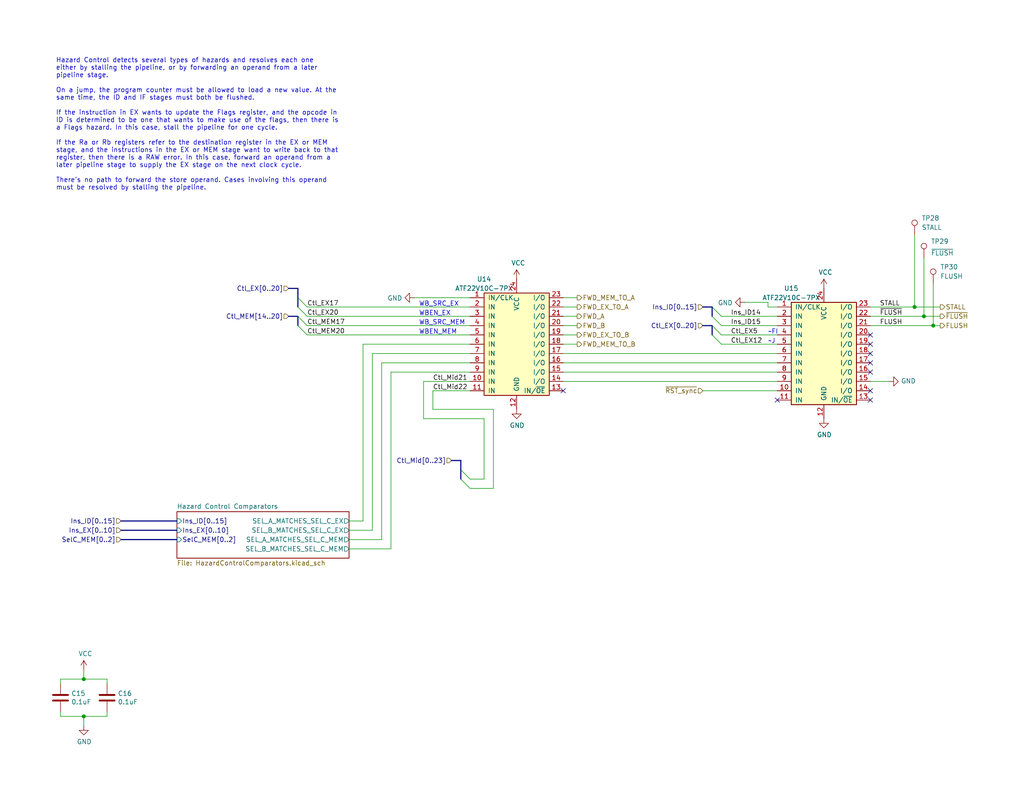
<source format=kicad_sch>
(kicad_sch (version 20250114) (generator "eeschema") (generator_version "9.0")
  (paper "USLetter")
  (title_block (title "Hazard Control") (date "2023-11-25") (rev "A") (comment 2 "control operand forwarding.") (comment 3 "This may stall the pipeline on a hazard. For RAW hazards, it produces signals to") (comment 4 "Control logic for dealing with pipeline hazards"))
  (lib_symbols
    (symbol "Connector:TestPoint" (pin_numbers (hide yes)) (pin_names (offset 0.762) (hide yes))
      (property "Reference" "TP" (at 0 6.858 0))
      (property "Value" "TestPoint" (at 0 5.08 0))
      (symbol "TestPoint_0_1"
        (circle (center 0 3.302) (radius 0.762))
      )
      (symbol "TestPoint_1_1"
        (pin passive line (at 0 0 90) (length 2.54) (name "1") (number "1"))
      )
    )
    (symbol "Device:C" (pin_numbers (hide yes)) (pin_names (offset 0.254))
      (property "Reference" "C" (at 0.635 2.54 0))
      (property "Value" "C" (at 0.635 -2.54 0))
      (symbol "C_0_1"
        (polyline (pts (xy -2.032 0.762) (xy 2.032 0.762)) (stroke (width 0.508)))
        (polyline (pts (xy -2.032 -0.762) (xy 2.032 -0.762)) (stroke (width 0.508)))
      )
      (symbol "C_1_1"
        (pin passive line (at 0 3.81 270) (length 2.794) (name "~") (number "1"))
        (pin passive line (at 0 -3.81 90) (length 2.794) (name "~") (number "2"))
      )
    )
    (symbol "Turtle16:ATF22V10C" (pin_names (offset 1.016))
      (symbol "ATF22V10C_1_1"
        (rectangle (start -8.89 -15.24) (end 8.89 12.7) (stroke (width 0.254)) (fill (type background)))
        (pin input line (at -12.7 11.43 0) (length 3.81) (name "IN/CLK") (number "1"))
        (pin input line (at -12.7 8.89 0) (length 3.81) (name "IN") (number "2"))
        (pin input line (at -12.7 6.35 0) (length 3.81) (name "IN") (number "3"))
        (pin input line (at -12.7 3.81 0) (length 3.81) (name "IN") (number "4"))
        (pin input line (at -12.7 1.27 0) (length 3.81) (name "IN") (number "5"))
        (pin input line (at -12.7 -1.27 0) (length 3.81) (name "IN") (number "6"))
        (pin input line (at -12.7 -3.81 0) (length 3.81) (name "IN") (number "7"))
        (pin input line (at -12.7 -6.35 0) (length 3.81) (name "IN") (number "8"))
        (pin input line (at -12.7 -8.89 0) (length 3.81) (name "IN") (number "9"))
        (pin input line (at -12.7 -11.43 0) (length 3.81) (name "IN") (number "10"))
        (pin input line (at -12.7 -13.97 0) (length 3.81) (name "IN") (number "11"))
        (pin power_in line (at 0 16.51 270) (length 3.81) (name "VCC") (number "24"))
        (pin power_in line (at 0 -19.05 90) (length 3.81) (name "GND") (number "12"))
        (pin passive line (at 12.7 11.43 180) (length 3.81) (name "I/O") (number "23"))
        (pin passive line (at 12.7 8.89 180) (length 3.81) (name "I/O") (number "22"))
        (pin passive line (at 12.7 6.35 180) (length 3.81) (name "I/O") (number "21"))
        (pin passive line (at 12.7 3.81 180) (length 3.81) (name "I/O") (number "20"))
        (pin passive line (at 12.7 1.27 180) (length 3.81) (name "I/O") (number "19"))
        (pin passive line (at 12.7 -1.27 180) (length 3.81) (name "I/O") (number "18"))
        (pin passive line (at 12.7 -3.81 180) (length 3.81) (name "I/O") (number "17"))
        (pin passive line (at 12.7 -6.35 180) (length 3.81) (name "I/O") (number "16"))
        (pin passive line (at 12.7 -8.89 180) (length 3.81) (name "I/O") (number "15"))
        (pin passive line (at 12.7 -11.43 180) (length 3.81) (name "I/O") (number "14"))
        (pin input line (at 12.7 -13.97 180) (length 3.81) (name "IN/~{OE}") (number "13"))
      )
    )
    (symbol "power:GND" (power) (pin_names (offset 0))
      (property "Value" "GND" (at 0 -3.81 0))
      (symbol "GND_0_1"
        (polyline (pts (xy 0 0) (xy 0 -1.27) (xy 1.27 -1.27) (xy 0 -2.54) (xy -1.27 -1.27) (xy 0 -1.27)))
      )
      (symbol "GND_1_1"
        (pin power_in line (at 0 0 270) (length 0) (hide yes) (name "GND") (number "1"))
      )
    )
    (symbol "power:VCC" (power) (pin_names (offset 0))
      (property "Value" "VCC" (at 0 3.81 0))
      (symbol "VCC_0_1"
        (polyline (pts (xy -0.762 1.27) (xy 0 2.54)))
        (polyline (pts (xy 0 2.54) (xy 0.762 1.27)))
        (polyline (pts (xy 0 0) (xy 0 2.54)))
      )
      (symbol "VCC_1_1"
        (pin power_in line (at 0 0 90) (length 0) (hide yes) (name "VCC") (number "1"))
      )
    )
  )
  (text "Hazard Control detects several types of hazards and resolves each one\neither by stalling the pipeline, or by forwarding an operand from a later\npipeline stage.\n\nOn a jump, the program counter must be allowed to load a new value. At the\nsame time, the ID and IF stages must both be flushed.\n\nIf the instruction in EX wants to update the Flags register, and the opcode in\nID is determined to be one that wants to make use of the flags, then there is\na Flags hazard. In this case, stall the pipeline for one cycle.\n\nIf the Ra or Rb registers refer to the destination register in the EX or MEM\nstage, and the instructions in the EX or MEM stage want to write back to that\nregister, then there is a RAW error. In this case, forward an operand from a\nlater pipeline stage to supply the EX stage on the next clock cycle.\n\nThere’s no path to forward the store operand. Cases involving this operand\nmust be resolved by stalling the pipeline." (at 15.24 52.07 0) (effects (font (size 1.27 1.27)) (justify left bottom)))
  (text "WBEN_EX" (at 114.3 86.36 0) (effects (font (size 1.27 1.27)) (justify left bottom)))
  (text "WBEN_MEM" (at 114.3 91.44 0) (effects (font (size 1.27 1.27)) (justify left bottom)))
  (text "WB_SRC_EX" (at 114.3 83.82 0) (effects (font (size 1.27 1.27)) (justify left bottom)))
  (text "~J" (at 209.55 93.98 0) (effects (font (size 1.27 1.27)) (justify left bottom)))
  (text "~FI" (at 209.55 91.44 0) (effects (font (size 1.27 1.27)) (justify left bottom)))
  (text "WB_SRC_MEM" (at 114.3 88.9 0) (effects (font (size 1.27 1.27)) (justify left bottom)))
  (junction (at 22.86 185.42))
  (junction (at 249.555 83.82))
  (junction (at 252.095 86.36))
  (junction (at 254.635 88.9))
  (junction (at 22.86 195.58))
  (no_connect (at 212.09 109.22))
  (no_connect (at 237.49 109.22))
  (no_connect (at 237.49 93.98))
  (no_connect (at 237.49 91.44))
  (no_connect (at 237.49 106.68))
  (no_connect (at 237.49 99.06))
  (no_connect (at 237.49 101.6))
  (no_connect (at 153.67 106.68))
  (no_connect (at 237.49 96.52))
  (bus_entry (at 128.27 130.81) (size -2.54 -2.54))
  (bus_entry (at 196.85 86.36) (size -2.54 -2.54))
  (bus_entry (at 83.82 83.82) (size -2.54 -2.54))
  (bus_entry (at 194.31 88.9) (size 2.54 2.54))
  (bus_entry (at 81.28 83.82) (size 2.54 2.54))
  (bus_entry (at 194.31 91.44) (size 2.54 2.54))
  (bus_entry (at 83.82 91.44) (size -2.54 -2.54))
  (bus_entry (at 83.82 88.9) (size -2.54 -2.54))
  (bus_entry (at 128.27 133.35) (size -2.54 -2.54))
  (bus_entry (at 196.85 88.9) (size -2.54 -2.54))
  (wire (pts (xy 157.48 88.9) (xy 153.67 88.9)))
  (wire (pts (xy 212.09 99.06) (xy 153.67 99.06)))
  (wire (pts (xy 134.62 133.35) (xy 128.27 133.35)))
  (wire (pts (xy 16.51 185.42) (xy 22.86 185.42)))
  (wire (pts (xy 254.635 88.9) (xy 256.54 88.9)))
  (wire (pts (xy 118.11 111.76) (xy 134.62 111.76)))
  (wire (pts (xy 118.11 106.68) (xy 128.27 106.68)))
  (wire (pts (xy 115.57 114.3) (xy 115.57 104.14)))
  (wire (pts (xy 237.49 104.14) (xy 242.57 104.14)))
  (bus (pts (xy 78.74 86.36) (xy 81.28 86.36)))
  (wire (pts (xy 128.27 99.06) (xy 104.14 99.06)))
  (wire (pts (xy 83.82 91.44) (xy 128.27 91.44)))
  (wire (pts (xy 153.67 96.52) (xy 212.09 96.52)))
  (wire (pts (xy 191.77 106.68) (xy 212.09 106.68)))
  (wire (pts (xy 128.27 101.6) (xy 106.68 101.6)))
  (bus (pts (xy 191.77 88.9) (xy 194.31 88.9)))
  (bus (pts (xy 81.28 81.28) (xy 81.28 83.82)))
  (wire (pts (xy 196.85 93.98) (xy 212.09 93.98)))
  (bus (pts (xy 81.28 86.36) (xy 81.28 88.9)))
  (wire (pts (xy 134.62 111.76) (xy 134.62 133.35)))
  (wire (pts (xy 132.08 114.3) (xy 115.57 114.3)))
  (wire (pts (xy 29.21 185.42) (xy 29.21 186.69)))
  (wire (pts (xy 99.06 142.24) (xy 95.25 142.24)))
  (wire (pts (xy 99.06 93.98) (xy 99.06 142.24)))
  (wire (pts (xy 252.095 86.36) (xy 256.54 86.36)))
  (wire (pts (xy 106.68 101.6) (xy 106.68 149.86)))
  (wire (pts (xy 254.635 77.47) (xy 254.635 88.9)))
  (bus (pts (xy 81.28 78.74) (xy 81.28 81.28)))
  (wire (pts (xy 157.48 83.82) (xy 153.67 83.82)))
  (wire (pts (xy 115.57 104.14) (xy 128.27 104.14)))
  (wire (pts (xy 22.86 198.12) (xy 22.86 195.58)))
  (wire (pts (xy 104.14 147.32) (xy 95.25 147.32)))
  (wire (pts (xy 128.27 81.28) (xy 113.03 81.28)))
  (wire (pts (xy 153.67 101.6) (xy 212.09 101.6)))
  (wire (pts (xy 22.86 195.58) (xy 29.21 195.58)))
  (wire (pts (xy 16.51 186.69) (xy 16.51 185.42)))
  (wire (pts (xy 249.555 64.135) (xy 249.555 83.82)))
  (wire (pts (xy 132.08 130.81) (xy 132.08 114.3)))
  (wire (pts (xy 29.21 195.58) (xy 29.21 194.31)))
  (bus (pts (xy 123.19 125.73) (xy 125.73 125.73)))
  (wire (pts (xy 237.49 83.82) (xy 249.555 83.82)))
  (bus (pts (xy 191.77 83.82) (xy 194.31 83.82)))
  (wire (pts (xy 209.55 82.55) (xy 209.55 83.82)))
  (wire (pts (xy 83.82 86.36) (xy 128.27 86.36)))
  (bus (pts (xy 78.74 78.74) (xy 81.28 78.74)))
  (bus (pts (xy 194.31 88.9) (xy 194.31 91.44)))
  (wire (pts (xy 128.27 96.52) (xy 101.6 96.52)))
  (wire (pts (xy 153.67 91.44) (xy 157.48 91.44)))
  (bus (pts (xy 125.73 125.73) (xy 125.73 128.27)))
  (bus (pts (xy 33.02 147.32) (xy 48.26 147.32)))
  (wire (pts (xy 22.86 185.42) (xy 29.21 185.42)))
  (wire (pts (xy 83.82 88.9) (xy 128.27 88.9)))
  (wire (pts (xy 118.11 106.68) (xy 118.11 111.76)))
  (wire (pts (xy 203.2 82.55) (xy 209.55 82.55)))
  (wire (pts (xy 237.49 86.36) (xy 252.095 86.36)))
  (wire (pts (xy 128.27 93.98) (xy 99.06 93.98)))
  (wire (pts (xy 128.27 130.81) (xy 132.08 130.81)))
  (wire (pts (xy 83.82 83.82) (xy 128.27 83.82)))
  (bus (pts (xy 48.26 142.24) (xy 33.02 142.24)))
  (bus (pts (xy 48.26 144.78) (xy 33.02 144.78)))
  (wire (pts (xy 209.55 83.82) (xy 212.09 83.82)))
  (wire (pts (xy 249.555 83.82) (xy 256.54 83.82)))
  (wire (pts (xy 153.67 86.36) (xy 157.48 86.36)))
  (wire (pts (xy 237.49 88.9) (xy 254.635 88.9)))
  (wire (pts (xy 196.85 88.9) (xy 212.09 88.9)))
  (bus (pts (xy 125.73 128.27) (xy 125.73 130.81)))
  (wire (pts (xy 106.68 149.86) (xy 95.25 149.86)))
  (wire (pts (xy 22.86 182.88) (xy 22.86 185.42)))
  (wire (pts (xy 101.6 96.52) (xy 101.6 144.78)))
  (wire (pts (xy 101.6 144.78) (xy 95.25 144.78)))
  (wire (pts (xy 104.14 99.06) (xy 104.14 147.32)))
  (wire (pts (xy 212.09 91.44) (xy 196.85 91.44)))
  (wire (pts (xy 212.09 104.14) (xy 153.67 104.14)))
  (wire (pts (xy 196.85 86.36) (xy 212.09 86.36)))
  (wire (pts (xy 16.51 195.58) (xy 22.86 195.58)))
  (wire (pts (xy 157.48 93.98) (xy 153.67 93.98)))
  (bus (pts (xy 194.31 83.82) (xy 194.31 86.36)))
  (wire (pts (xy 153.67 81.28) (xy 157.48 81.28)))
  (wire (pts (xy 252.095 70.485) (xy 252.095 86.36)))
  (wire (pts (xy 16.51 194.31) (xy 16.51 195.58)))
  (label "Ins_ID14" (at 199.39 86.36 0))
  (label "Ctl_MEM20" (at 83.82 91.44 0))
  (label "Ins_ID15" (at 199.39 88.9 0))
  (label "Ctl_Mid21" (at 118.11 104.14 0))
  (label "FLUSH" (at 240.03 88.9 0))
  (label "Ctl_EX12" (at 199.39 93.98 0))
  (label "~{FLUSH}" (at 240.03 86.36 0))
  (label "Ctl_EX5" (at 199.39 91.44 0))
  (label "Ctl_MEM17" (at 83.82 88.9 0))
  (label "STALL" (at 240.03 83.82 0))
  (label "Ctl_EX17" (at 83.82 83.82 0))
  (label "Ctl_Mid22" (at 118.11 106.68 0))
  (label "Ctl_EX20" (at 83.82 86.36 0))
  (hierarchical_label "~{RST_sync}" (shape input) (at 191.77 106.68 180))
  (hierarchical_label "FWD_EX_TO_A" (shape output) (at 157.48 83.82 0))
  (hierarchical_label "FWD_MEM_TO_A" (shape output) (at 157.48 81.28 0))
  (hierarchical_label "FWD_B" (shape output) (at 157.48 88.9 0))
  (hierarchical_label "Ins_ID[0..15]" (shape input) (at 191.77 83.82 180))
  (hierarchical_label "SelC_MEM[0..2]" (shape input) (at 33.02 147.32 180))
  (hierarchical_label "Ctl_EX[0..20]" (shape input) (at 191.77 88.9 180))
  (hierarchical_label "FWD_MEM_TO_B" (shape output) (at 157.48 93.98 0))
  (hierarchical_label "Ctl_Mid[0..23]" (shape input) (at 123.19 125.73 180))
  (hierarchical_label "STALL" (shape output) (at 256.54 83.82 0))
  (hierarchical_label "Ctl_EX[0..20]" (shape input) (at 78.74 78.74 180))
  (hierarchical_label "FLUSH" (shape output) (at 256.54 88.9 0))
  (hierarchical_label "~{FLUSH}" (shape output) (at 256.54 86.36 0))
  (hierarchical_label "Ctl_MEM[14..20]" (shape input) (at 78.74 86.36 180))
  (hierarchical_label "FWD_EX_TO_B" (shape output) (at 157.48 91.44 0))
  (hierarchical_label "Ins_EX[0..10]" (shape input) (at 33.02 144.78 180))
  (hierarchical_label "FWD_A" (shape output) (at 157.48 86.36 0))
  (hierarchical_label "Ins_ID[0..15]" (shape input) (at 33.02 142.24 180))
  (symbol (lib_id "power:VCC") (at 140.97 76.2 0) (unit 1)
    (property "Reference" "#PWR078" (effects (hide yes)))
    (property "Value" "VCC" (at 141.4018 71.8058 0))
  )
  (symbol (lib_id "power:GND") (at 140.97 111.76 0) (unit 1)
    (property "Reference" "#PWR079" (effects (hide yes)))
    (property "Value" "GND" (at 141.097 116.1542 0))
  )
  (symbol (lib_id "Turtle16:ATF22V10C") (at 140.97 92.71 0) (unit 1)
    (property "Reference" "U14" (at 132.08 76.2 0))
    (property "Value" "ATF22V10C-7PX" (at 132.08 78.74 0))
    (property "Footprint" "Package_DIP:DIP-24_W7.62mm_Socket" (effects (hide yes)))
    (property "Datasheet" "https://www.mouser.com/datasheet/2/268/doc0735-1369018.pdf" (effects (hide yes)))
    (property "Manufacturer" "Microchip Technology" (effects (hide yes)))
    (property "Manufacturer#" "ATF22V10C-7PX" (effects (hide yes)))
    (property "Mouser#" "556-AF22V10C7PX" (effects (hide yes)))
    (property "Digikey#" "ATF22V10C-7PX-ND" (effects (hide yes)))
  )
  (symbol (lib_id "Device:C") (at 16.51 190.5 0) (unit 1)
    (property "Reference" "C15" (at 19.431 189.3316 0) (effects (justify left)))
    (property "Value" "0.1uF" (at 19.431 191.643 0) (effects (justify left)))
    (property "Footprint" "Capacitor_SMD:C_0603_1608Metric" (effects (hide yes)))
    (property "Datasheet" "https://www.mouser.com/datasheet/2/396/taiyo_yuden_12132018_mlcc11_hq_e-1510082.pdf" (effects (hide yes)))
    (property "Manufacturer" "Taiyo Yuden" (effects (hide yes)))
    (property "Manufacturer#" "EMK107B7104KAHT" (effects (hide yes)))
    (property "Mouser#" "963-EMK107B7104KAHT" (effects (hide yes)))
    (property "Digikey#" "587-6004-1-ND" (effects (hide yes)))
  )
  (symbol (lib_id "power:VCC") (at 22.86 182.88 0) (unit 1)
    (property "Reference" "#PWR075" (effects (hide yes)))
    (property "Value" "VCC" (at 23.2918 178.4858 0))
  )
  (symbol (lib_id "power:GND") (at 22.86 198.12 0) (unit 1)
    (property "Reference" "#PWR076" (effects (hide yes)))
    (property "Value" "GND" (at 22.987 202.5142 0))
  )
  (symbol (lib_id "Device:C") (at 29.21 190.5 0) (unit 1)
    (property "Reference" "C16" (at 32.131 189.3316 0) (effects (justify left)))
    (property "Value" "0.1uF" (at 32.131 191.643 0) (effects (justify left)))
    (property "Footprint" "Capacitor_SMD:C_0603_1608Metric" (effects (hide yes)))
    (property "Datasheet" "https://www.mouser.com/datasheet/2/396/taiyo_yuden_12132018_mlcc11_hq_e-1510082.pdf" (effects (hide yes)))
    (property "Manufacturer" "Taiyo Yuden" (effects (hide yes)))
    (property "Manufacturer#" "EMK107B7104KAHT" (effects (hide yes)))
    (property "Mouser#" "963-EMK107B7104KAHT" (effects (hide yes)))
    (property "Digikey#" "587-6004-1-ND" (effects (hide yes)))
  )
  (symbol (lib_id "power:GND") (at 242.57 104.14 90) (unit 1)
    (property "Reference" "#PWR083" (effects (hide yes)))
    (property "Value" "GND" (at 245.8212 104.013 90) (effects (justify right)))
  )
  (symbol (lib_id "power:GND") (at 203.2 82.55 270) (unit 1)
    (property "Reference" "#PWR080" (effects (hide yes)))
    (property "Value" "GND" (at 199.9488 82.677 90) (effects (justify right)))
  )
  (symbol (lib_id "power:GND") (at 113.03 81.28 270) (unit 1)
    (property "Reference" "#PWR077" (effects (hide yes)))
    (property "Value" "GND" (at 109.7788 81.407 90) (effects (justify right)))
  )
  (symbol (lib_id "Turtle16:ATF22V10C") (at 224.79 95.25 0) (unit 1)
    (property "Reference" "U15" (at 215.9 78.74 0))
    (property "Value" "ATF22V10C-7PX" (at 215.9 81.28 0))
    (property "Footprint" "Package_DIP:DIP-24_W7.62mm_Socket" (effects (hide yes)))
    (property "Datasheet" "https://www.mouser.com/datasheet/2/268/doc0735-1369018.pdf" (effects (hide yes)))
    (property "Manufacturer" "Microchip Technology" (effects (hide yes)))
    (property "Manufacturer#" "ATF22V10C-7PX" (effects (hide yes)))
    (property "Mouser#" "556-AF22V10C7PX" (effects (hide yes)))
    (property "Digikey#" "ATF22V10C-7PX-ND" (effects (hide yes)))
  )
  (symbol (lib_id "power:VCC") (at 224.79 78.74 0) (unit 1)
    (property "Reference" "#PWR081" (effects (hide yes)))
    (property "Value" "VCC" (at 225.2218 74.3458 0))
  )
  (symbol (lib_id "power:GND") (at 224.79 114.3 0) (unit 1)
    (property "Reference" "#PWR082" (effects (hide yes)))
    (property "Value" "GND" (at 224.917 118.6942 0))
  )
  (symbol (lib_id "Connector:TestPoint") (at 254.635 77.47 0) (unit 1) (in_bom no)
    (property "Reference" "TP30" (at 256.54 72.898 0) (effects (justify left)))
    (property "Value" "FLUSH" (at 256.54 75.438 0) (effects (justify left)))
    (property "Footprint" "TestPoint:TestPoint_Pad_D1.0mm" (effects (hide yes)))
  )
  (symbol (lib_id "Connector:TestPoint") (at 252.095 70.485 0) (unit 1) (in_bom no)
    (property "Reference" "TP29" (at 254 65.9129 0) (effects (justify left)))
    (property "Value" "~{FLUSH}" (at 254 69.0879 0) (effects (justify left)))
    (property "Footprint" "TestPoint:TestPoint_Pad_D1.0mm" (effects (hide yes)))
  )
  (symbol (lib_id "Connector:TestPoint") (at 249.555 64.135 0) (unit 1) (in_bom no)
    (property "Reference" "TP28" (at 251.46 59.5629 0) (effects (justify left)))
    (property "Value" "STALL" (at 251.46 62.1029 0) (effects (justify left)))
    (property "Footprint" "TestPoint:TestPoint_Pad_D1.0mm" (effects (hide yes)))
  )
  (sheet (at 48.26 139.7) (size 46.99 12.7)
    (property "Sheetname" "Hazard Control Comparators" (at 48.26 138.9884 0) (effects (justify left bottom)))
    (property "Sheetfile" "HazardControlComparators.kicad_sch" (at 48.26 152.9846 0) (effects (justify left top)))
    (pin "Ins_ID[0..15]" input (at 48.26 142.24 180))
    (pin "Ins_EX[0..10]" input (at 48.26 144.78 180))
    (pin "SelC_MEM[0..2]" input (at 48.26 147.32 180))
    (pin "SEL_A_MATCHES_SEL_C_EX" output (at 95.25 142.24 0))
    (pin "SEL_B_MATCHES_SEL_C_EX" output (at 95.25 144.78 0))
    (pin "SEL_A_MATCHES_SEL_C_MEM" output (at 95.25 147.32 0))
    (pin "SEL_B_MATCHES_SEL_C_MEM" output (at 95.25 149.86 0))
  )
)
</source>
